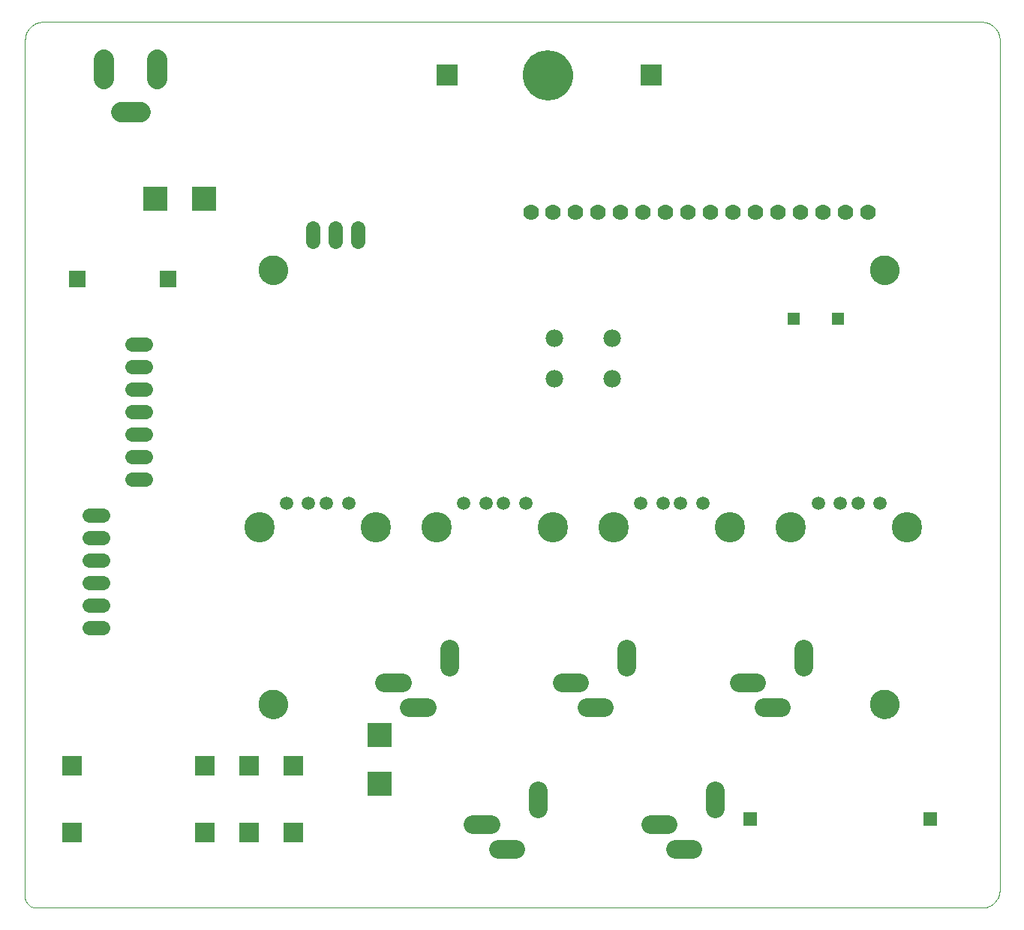
<source format=gbs>
G75*
G70*
%OFA0B0*%
%FSLAX24Y24*%
%IPPOS*%
%LPD*%
%AMOC8*
5,1,8,0,0,1.08239X$1,22.5*
%
%ADD10C,0.0000*%
%ADD11C,0.1300*%
%ADD12C,0.0827*%
%ADD13C,0.1346*%
%ADD14C,0.0594*%
%ADD15R,0.1103X0.1103*%
%ADD16C,0.0700*%
%ADD17R,0.0926X0.0926*%
%ADD18C,0.2205*%
%ADD19R,0.0634X0.0634*%
%ADD20R,0.0555X0.0555*%
%ADD21C,0.0640*%
%ADD22C,0.0780*%
%ADD23C,0.0900*%
%ADD24R,0.0749X0.0749*%
%ADD25R,0.0867X0.0867*%
D10*
X000554Y000174D02*
X042680Y000174D01*
X042680Y000175D02*
X042734Y000177D01*
X042787Y000182D01*
X042840Y000191D01*
X042892Y000204D01*
X042944Y000220D01*
X042994Y000240D01*
X043042Y000263D01*
X043089Y000290D01*
X043134Y000319D01*
X043177Y000352D01*
X043217Y000387D01*
X043255Y000425D01*
X043290Y000465D01*
X043323Y000508D01*
X043352Y000553D01*
X043379Y000600D01*
X043402Y000648D01*
X043422Y000698D01*
X043438Y000750D01*
X043451Y000802D01*
X043460Y000855D01*
X043465Y000908D01*
X043467Y000962D01*
X043467Y038757D01*
X043465Y038811D01*
X043460Y038864D01*
X043451Y038917D01*
X043438Y038969D01*
X043422Y039021D01*
X043402Y039071D01*
X043379Y039119D01*
X043352Y039166D01*
X043323Y039211D01*
X043290Y039254D01*
X043255Y039294D01*
X043217Y039332D01*
X043177Y039367D01*
X043134Y039400D01*
X043089Y039429D01*
X043042Y039456D01*
X042994Y039479D01*
X042944Y039499D01*
X042892Y039515D01*
X042840Y039528D01*
X042787Y039537D01*
X042734Y039542D01*
X042680Y039544D01*
X000947Y039544D01*
X000893Y039542D01*
X000840Y039537D01*
X000787Y039528D01*
X000735Y039515D01*
X000683Y039499D01*
X000633Y039479D01*
X000585Y039456D01*
X000538Y039429D01*
X000493Y039400D01*
X000450Y039367D01*
X000410Y039332D01*
X000372Y039294D01*
X000337Y039254D01*
X000304Y039211D01*
X000275Y039166D01*
X000248Y039119D01*
X000225Y039071D01*
X000205Y039021D01*
X000189Y038969D01*
X000176Y038917D01*
X000167Y038864D01*
X000162Y038811D01*
X000160Y038757D01*
X000160Y000962D01*
X000161Y000962D02*
X000147Y000915D01*
X000137Y000867D01*
X000131Y000819D01*
X000129Y000770D01*
X000131Y000721D01*
X000136Y000672D01*
X000145Y000624D01*
X000158Y000577D01*
X000175Y000531D01*
X000195Y000487D01*
X000218Y000444D01*
X000245Y000403D01*
X000275Y000365D01*
X000308Y000329D01*
X000343Y000295D01*
X000382Y000265D01*
X000422Y000237D01*
X000464Y000213D01*
X000509Y000192D01*
X000554Y000175D01*
X010554Y009229D02*
X010556Y009279D01*
X010562Y009329D01*
X010572Y009378D01*
X010586Y009426D01*
X010603Y009473D01*
X010624Y009518D01*
X010649Y009562D01*
X010677Y009603D01*
X010709Y009642D01*
X010743Y009679D01*
X010780Y009713D01*
X010820Y009743D01*
X010862Y009770D01*
X010906Y009794D01*
X010952Y009815D01*
X010999Y009831D01*
X011047Y009844D01*
X011097Y009853D01*
X011146Y009858D01*
X011197Y009859D01*
X011247Y009856D01*
X011296Y009849D01*
X011345Y009838D01*
X011393Y009823D01*
X011439Y009805D01*
X011484Y009783D01*
X011527Y009757D01*
X011568Y009728D01*
X011607Y009696D01*
X011643Y009661D01*
X011675Y009623D01*
X011705Y009583D01*
X011732Y009540D01*
X011755Y009496D01*
X011774Y009450D01*
X011790Y009402D01*
X011802Y009353D01*
X011810Y009304D01*
X011814Y009254D01*
X011814Y009204D01*
X011810Y009154D01*
X011802Y009105D01*
X011790Y009056D01*
X011774Y009008D01*
X011755Y008962D01*
X011732Y008918D01*
X011705Y008875D01*
X011675Y008835D01*
X011643Y008797D01*
X011607Y008762D01*
X011568Y008730D01*
X011527Y008701D01*
X011484Y008675D01*
X011439Y008653D01*
X011393Y008635D01*
X011345Y008620D01*
X011296Y008609D01*
X011247Y008602D01*
X011197Y008599D01*
X011146Y008600D01*
X011097Y008605D01*
X011047Y008614D01*
X010999Y008627D01*
X010952Y008643D01*
X010906Y008664D01*
X010862Y008688D01*
X010820Y008715D01*
X010780Y008745D01*
X010743Y008779D01*
X010709Y008816D01*
X010677Y008855D01*
X010649Y008896D01*
X010624Y008940D01*
X010603Y008985D01*
X010586Y009032D01*
X010572Y009080D01*
X010562Y009129D01*
X010556Y009179D01*
X010554Y009229D01*
X010554Y028521D02*
X010556Y028571D01*
X010562Y028621D01*
X010572Y028670D01*
X010586Y028718D01*
X010603Y028765D01*
X010624Y028810D01*
X010649Y028854D01*
X010677Y028895D01*
X010709Y028934D01*
X010743Y028971D01*
X010780Y029005D01*
X010820Y029035D01*
X010862Y029062D01*
X010906Y029086D01*
X010952Y029107D01*
X010999Y029123D01*
X011047Y029136D01*
X011097Y029145D01*
X011146Y029150D01*
X011197Y029151D01*
X011247Y029148D01*
X011296Y029141D01*
X011345Y029130D01*
X011393Y029115D01*
X011439Y029097D01*
X011484Y029075D01*
X011527Y029049D01*
X011568Y029020D01*
X011607Y028988D01*
X011643Y028953D01*
X011675Y028915D01*
X011705Y028875D01*
X011732Y028832D01*
X011755Y028788D01*
X011774Y028742D01*
X011790Y028694D01*
X011802Y028645D01*
X011810Y028596D01*
X011814Y028546D01*
X011814Y028496D01*
X011810Y028446D01*
X011802Y028397D01*
X011790Y028348D01*
X011774Y028300D01*
X011755Y028254D01*
X011732Y028210D01*
X011705Y028167D01*
X011675Y028127D01*
X011643Y028089D01*
X011607Y028054D01*
X011568Y028022D01*
X011527Y027993D01*
X011484Y027967D01*
X011439Y027945D01*
X011393Y027927D01*
X011345Y027912D01*
X011296Y027901D01*
X011247Y027894D01*
X011197Y027891D01*
X011146Y027892D01*
X011097Y027897D01*
X011047Y027906D01*
X010999Y027919D01*
X010952Y027935D01*
X010906Y027956D01*
X010862Y027980D01*
X010820Y028007D01*
X010780Y028037D01*
X010743Y028071D01*
X010709Y028108D01*
X010677Y028147D01*
X010649Y028188D01*
X010624Y028232D01*
X010603Y028277D01*
X010586Y028324D01*
X010572Y028372D01*
X010562Y028421D01*
X010556Y028471D01*
X010554Y028521D01*
X022305Y037182D02*
X022307Y037247D01*
X022313Y037313D01*
X022323Y037377D01*
X022336Y037441D01*
X022354Y037504D01*
X022375Y037566D01*
X022400Y037626D01*
X022429Y037685D01*
X022461Y037742D01*
X022497Y037797D01*
X022535Y037850D01*
X022577Y037900D01*
X022622Y037948D01*
X022670Y037993D01*
X022720Y038035D01*
X022773Y038073D01*
X022828Y038109D01*
X022885Y038141D01*
X022944Y038170D01*
X023004Y038195D01*
X023066Y038216D01*
X023129Y038234D01*
X023193Y038247D01*
X023257Y038257D01*
X023323Y038263D01*
X023388Y038265D01*
X023453Y038263D01*
X023519Y038257D01*
X023583Y038247D01*
X023647Y038234D01*
X023710Y038216D01*
X023772Y038195D01*
X023832Y038170D01*
X023891Y038141D01*
X023948Y038109D01*
X024003Y038073D01*
X024056Y038035D01*
X024106Y037993D01*
X024154Y037948D01*
X024199Y037900D01*
X024241Y037850D01*
X024279Y037797D01*
X024315Y037742D01*
X024347Y037685D01*
X024376Y037626D01*
X024401Y037566D01*
X024422Y037504D01*
X024440Y037441D01*
X024453Y037377D01*
X024463Y037313D01*
X024469Y037247D01*
X024471Y037182D01*
X024469Y037117D01*
X024463Y037051D01*
X024453Y036987D01*
X024440Y036923D01*
X024422Y036860D01*
X024401Y036798D01*
X024376Y036738D01*
X024347Y036679D01*
X024315Y036622D01*
X024279Y036567D01*
X024241Y036514D01*
X024199Y036464D01*
X024154Y036416D01*
X024106Y036371D01*
X024056Y036329D01*
X024003Y036291D01*
X023948Y036255D01*
X023891Y036223D01*
X023832Y036194D01*
X023772Y036169D01*
X023710Y036148D01*
X023647Y036130D01*
X023583Y036117D01*
X023519Y036107D01*
X023453Y036101D01*
X023388Y036099D01*
X023323Y036101D01*
X023257Y036107D01*
X023193Y036117D01*
X023129Y036130D01*
X023066Y036148D01*
X023004Y036169D01*
X022944Y036194D01*
X022885Y036223D01*
X022828Y036255D01*
X022773Y036291D01*
X022720Y036329D01*
X022670Y036371D01*
X022622Y036416D01*
X022577Y036464D01*
X022535Y036514D01*
X022497Y036567D01*
X022461Y036622D01*
X022429Y036679D01*
X022400Y036738D01*
X022375Y036798D01*
X022354Y036860D01*
X022336Y036923D01*
X022323Y036987D01*
X022313Y037051D01*
X022307Y037117D01*
X022305Y037182D01*
X037719Y028521D02*
X037721Y028571D01*
X037727Y028621D01*
X037737Y028670D01*
X037751Y028718D01*
X037768Y028765D01*
X037789Y028810D01*
X037814Y028854D01*
X037842Y028895D01*
X037874Y028934D01*
X037908Y028971D01*
X037945Y029005D01*
X037985Y029035D01*
X038027Y029062D01*
X038071Y029086D01*
X038117Y029107D01*
X038164Y029123D01*
X038212Y029136D01*
X038262Y029145D01*
X038311Y029150D01*
X038362Y029151D01*
X038412Y029148D01*
X038461Y029141D01*
X038510Y029130D01*
X038558Y029115D01*
X038604Y029097D01*
X038649Y029075D01*
X038692Y029049D01*
X038733Y029020D01*
X038772Y028988D01*
X038808Y028953D01*
X038840Y028915D01*
X038870Y028875D01*
X038897Y028832D01*
X038920Y028788D01*
X038939Y028742D01*
X038955Y028694D01*
X038967Y028645D01*
X038975Y028596D01*
X038979Y028546D01*
X038979Y028496D01*
X038975Y028446D01*
X038967Y028397D01*
X038955Y028348D01*
X038939Y028300D01*
X038920Y028254D01*
X038897Y028210D01*
X038870Y028167D01*
X038840Y028127D01*
X038808Y028089D01*
X038772Y028054D01*
X038733Y028022D01*
X038692Y027993D01*
X038649Y027967D01*
X038604Y027945D01*
X038558Y027927D01*
X038510Y027912D01*
X038461Y027901D01*
X038412Y027894D01*
X038362Y027891D01*
X038311Y027892D01*
X038262Y027897D01*
X038212Y027906D01*
X038164Y027919D01*
X038117Y027935D01*
X038071Y027956D01*
X038027Y027980D01*
X037985Y028007D01*
X037945Y028037D01*
X037908Y028071D01*
X037874Y028108D01*
X037842Y028147D01*
X037814Y028188D01*
X037789Y028232D01*
X037768Y028277D01*
X037751Y028324D01*
X037737Y028372D01*
X037727Y028421D01*
X037721Y028471D01*
X037719Y028521D01*
X037719Y009229D02*
X037721Y009279D01*
X037727Y009329D01*
X037737Y009378D01*
X037751Y009426D01*
X037768Y009473D01*
X037789Y009518D01*
X037814Y009562D01*
X037842Y009603D01*
X037874Y009642D01*
X037908Y009679D01*
X037945Y009713D01*
X037985Y009743D01*
X038027Y009770D01*
X038071Y009794D01*
X038117Y009815D01*
X038164Y009831D01*
X038212Y009844D01*
X038262Y009853D01*
X038311Y009858D01*
X038362Y009859D01*
X038412Y009856D01*
X038461Y009849D01*
X038510Y009838D01*
X038558Y009823D01*
X038604Y009805D01*
X038649Y009783D01*
X038692Y009757D01*
X038733Y009728D01*
X038772Y009696D01*
X038808Y009661D01*
X038840Y009623D01*
X038870Y009583D01*
X038897Y009540D01*
X038920Y009496D01*
X038939Y009450D01*
X038955Y009402D01*
X038967Y009353D01*
X038975Y009304D01*
X038979Y009254D01*
X038979Y009204D01*
X038975Y009154D01*
X038967Y009105D01*
X038955Y009056D01*
X038939Y009008D01*
X038920Y008962D01*
X038897Y008918D01*
X038870Y008875D01*
X038840Y008835D01*
X038808Y008797D01*
X038772Y008762D01*
X038733Y008730D01*
X038692Y008701D01*
X038649Y008675D01*
X038604Y008653D01*
X038558Y008635D01*
X038510Y008620D01*
X038461Y008609D01*
X038412Y008602D01*
X038362Y008599D01*
X038311Y008600D01*
X038262Y008605D01*
X038212Y008614D01*
X038164Y008627D01*
X038117Y008643D01*
X038071Y008664D01*
X038027Y008688D01*
X037985Y008715D01*
X037945Y008745D01*
X037908Y008779D01*
X037874Y008816D01*
X037842Y008855D01*
X037814Y008896D01*
X037789Y008940D01*
X037768Y008985D01*
X037751Y009032D01*
X037737Y009080D01*
X037727Y009129D01*
X037721Y009179D01*
X037719Y009229D01*
D11*
X038349Y009229D03*
X038349Y028521D03*
X011184Y028521D03*
X011184Y009229D03*
D12*
X016123Y010194D02*
X016910Y010194D01*
X017225Y009092D02*
X018012Y009092D01*
X018997Y010903D02*
X018997Y011690D01*
X023997Y010194D02*
X024784Y010194D01*
X025099Y009092D02*
X025886Y009092D01*
X026871Y010903D02*
X026871Y011690D01*
X031871Y010194D02*
X032658Y010194D01*
X032973Y009092D02*
X033760Y009092D01*
X034745Y010903D02*
X034745Y011690D01*
X030808Y005391D02*
X030808Y004603D01*
X029823Y002792D02*
X029036Y002792D01*
X028721Y003895D02*
X027934Y003895D01*
X022934Y004603D02*
X022934Y005391D01*
X020847Y003895D02*
X020060Y003895D01*
X021162Y002792D02*
X021949Y002792D01*
D13*
X023613Y017073D03*
X026314Y017073D03*
X031487Y017073D03*
X034188Y017073D03*
X039361Y017073D03*
X018440Y017073D03*
X015739Y017073D03*
X010566Y017073D03*
D14*
X011774Y018140D03*
X012758Y018140D03*
X013546Y018140D03*
X014530Y018140D03*
X019648Y018140D03*
X020632Y018140D03*
X021420Y018140D03*
X022404Y018140D03*
X027522Y018140D03*
X028506Y018140D03*
X029294Y018140D03*
X030278Y018140D03*
X035396Y018140D03*
X036380Y018140D03*
X037168Y018140D03*
X038152Y018140D03*
D15*
X015908Y007851D03*
X015908Y005686D03*
X008097Y031706D03*
X005932Y031706D03*
D16*
X022636Y031080D03*
X023601Y031080D03*
X024601Y031080D03*
X025601Y031080D03*
X026601Y031080D03*
X027601Y031080D03*
X028601Y031080D03*
X029601Y031080D03*
X030601Y031080D03*
X031601Y031080D03*
X032601Y031080D03*
X033601Y031080D03*
X034601Y031080D03*
X035601Y031080D03*
X036601Y031080D03*
X037601Y031080D03*
D17*
X027995Y037182D03*
X018900Y037182D03*
D18*
X023388Y037182D03*
D19*
X032394Y004111D03*
X040367Y004111D03*
D20*
X036282Y026355D03*
X034314Y026355D03*
D21*
X014940Y029795D02*
X014940Y030395D01*
X013940Y030395D02*
X013940Y029795D01*
X012940Y029795D02*
X012940Y030395D01*
X005503Y025221D02*
X004903Y025221D01*
X004903Y024221D02*
X005503Y024221D01*
X005503Y023221D02*
X004903Y023221D01*
X004903Y022221D02*
X005503Y022221D01*
X005503Y021221D02*
X004903Y021221D01*
X004903Y020221D02*
X005503Y020221D01*
X005503Y019221D02*
X004903Y019221D01*
X003610Y017635D02*
X003010Y017635D01*
X003010Y016635D02*
X003610Y016635D01*
X003610Y015635D02*
X003010Y015635D01*
X003010Y014635D02*
X003610Y014635D01*
X003610Y013635D02*
X003010Y013635D01*
X003010Y012635D02*
X003610Y012635D01*
D22*
X023683Y023694D03*
X023683Y025474D03*
X026243Y025474D03*
X026243Y023694D03*
D23*
X006022Y037030D02*
X006022Y037890D01*
X003660Y037890D02*
X003660Y037030D01*
X004411Y035570D02*
X005271Y035570D01*
D24*
X006499Y028127D03*
X002483Y028127D03*
D25*
X002247Y006473D03*
X002247Y003521D03*
X008152Y003521D03*
X010121Y003521D03*
X012089Y003521D03*
X012089Y006473D03*
X010121Y006473D03*
X008152Y006473D03*
M02*

</source>
